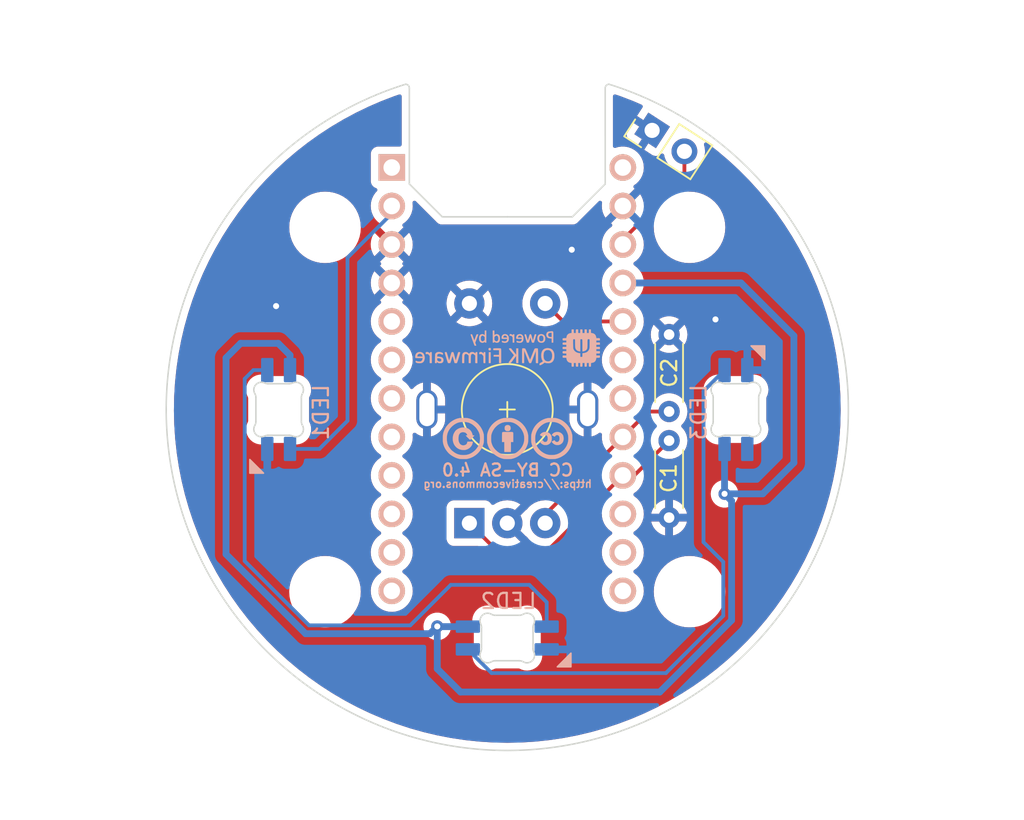
<source format=kicad_pcb>
(kicad_pcb (version 20211014) (generator pcbnew)
  (layers (0 "F.Cu" signal) (31 "B.Cu" signal) (34 "B.Paste" user) (35 "F.Paste" user) (36 "B.SilkS" user "B.Silkscreen") (37 "F.SilkS" user "F.Silkscreen") (38 "B.Mask" user) (39 "F.Mask" user) (44 "Edge.Cuts" user))
  (net 0 "")
  (net 1 "ENC_A")
  (net 2 "GND")
  (net 3 "ENC_B")
  (net 4 "Net-(J1-Pad2)")
  (net 5 "VCC")
  (net 6 "Net-(LED1-Pad2)")
  (net 7 "RGB")
  (net 8 "Net-(LED2-Pad2)")
  (net 25 "Key")
  (footprint "MountingHole:MountingHole_3.7mm" (layer "F.Cu") (at 43.097185 72.726815)
    (fp_text reference "H3" hide)
    (fp_text value "Hole")
    (pad "" np_thru_hole circle locked (at 0 0) (size 3.7 3.7) (drill 3.7) (layers *.Cu *.Mask))
  )
  (footprint "MountingHole:MountingHole_3.7mm" (layer "F.Cu") (at 43.097185 48.685185)
    (fp_text reference "H1" hide)
    (fp_text value "Hole")
    (pad "" np_thru_hole circle locked (at 0 0) (size 3.7 3.7) (drill 3.7) (layers *.Cu *.Mask))
  )
  (footprint "kicad-keyboard-parts:MX_SK6812MINI-E" (layer "F.Cu") (at 65.118 60.706 90)
    (fp_text reference "LED3" hide)
    (fp_text value "SK6812MINI-E")
    (fp_text user "LED3" (at -0.184 2.622 90) (layer "B.SilkS") (effects (justify mirror)))
    (fp_line (start -0.794452 3.58) (end 0.794453 3.58) (layer "Edge.Cuts") (width 0.1))
    (fp_line (start -1.699999 5.782841) (end -1.699999 4.377157) (layer "Edge.Cuts") (width 0.1))
    (fp_line (start 0.794452 6.579999) (end -0.794452 6.579999) (layer "Edge.Cuts") (width 0.1))
    (fp_line (start 1.699999 4.377157) (end 1.699999 5.782841) (layer "Edge.Cuts") (width 0.1))
    (fp_arc (start 0.794452 6.579999) (mid 0.925123 6.597376) (end 1.046711 6.648298) (layer "Edge.Cuts") (width 0.1))
    (fp_arc (start -1.046711 6.648296) (mid -1.63807 6.584033) (end -1.749484 5.999719) (layer "Edge.Cuts") (width 0.1))
    (fp_arc (start -1.04671 6.648298) (mid -0.925122 6.597376) (end -0.794452 6.579999) (layer "Edge.Cuts") (width 0.1))
    (fp_arc (start 1.046711 3.511701) (mid 0.925123 3.562623) (end 0.794453 3.58) (layer "Edge.Cuts") (width 0.1))
    (fp_arc (start -0.794453 3.579999) (mid -0.925123 3.562622) (end -1.046711 3.5117) (layer "Edge.Cuts") (width 0.1))
    (fp_arc (start -1.749484 4.160279) (mid -1.712527 4.265931) (end -1.699999 4.377157) (layer "Edge.Cuts") (width 0.1))
    (fp_arc (start -1.749484 4.160279) (mid -1.638071 3.575964) (end -1.046711 3.5117) (layer "Edge.Cuts") (width 0.1))
    (fp_arc (start 1.749484 5.999718) (mid 1.638072 6.584034) (end 1.046711 6.648298) (layer "Edge.Cuts") (width 0.1))
    (fp_arc (start -1.699999 5.782842) (mid -1.712527 5.894067) (end -1.749484 5.999719) (layer "Edge.Cuts") (width 0.1))
    (fp_arc (start 1.699999 4.377156) (mid 1.712527 4.265931) (end 1.749484 4.160279) (layer "Edge.Cuts") (width 0.1))
    (fp_arc (start 1.046711 3.511701) (mid 1.63807 3.575965) (end 1.749484 4.160279) (layer "Edge.Cuts") (width 0.1))
    (fp_arc (start 1.749484 5.999719) (mid 1.712527 5.894067) (end 1.699999 5.782841) (layer "Edge.Cuts") (width 0.1))
    (pad "1" smd roundrect (at -2.6 4.329999) (size 0.82 1.6) (layers "B.Cu" "B.Paste" "B.Mask") (roundrect_rratio 0.1) (net 5 "VCC"))
    (pad "2" smd roundrect (at -2.6 5.829999) (size 0.82 1.6) (layers "B.Cu" "B.Paste" "B.Mask") (roundrect_rratio 0.1))
    (pad "3" smd roundrect (at 2.6 5.829999) (size 0.82 1.6) (layers "B.Cu" "B.Paste" "B.Mask") (roundrect_rratio 0.1) (net 2 "GND"))
    (pad "4" smd roundrect (at 2.6 4.329999) (size 0.82 1.6) (layers "B.Cu" "B.Paste" "B.Mask") (roundrect_rratio 0.1) (net 8 "Net-(LED2-Pad2)"))
  )
  (footprint "MountingHole:MountingHole_3.7mm" (layer "F.Cu") (at 67.138815 72.726815)
    (fp_text reference "H2" hide)
    (fp_text value "Hole")
    (pad "" np_thru_hole circle locked (at 0 0) (size 3.7 3.7) (drill 3.7) (layers *.Cu *.Mask))
  )
  (footprint "kicad-keyboard-parts:MX_SK6812MINI-E" (layer "F.Cu") (at 45.118 60.706 -90)
    (fp_text reference "LED1" hide)
    (fp_text value "SK6812MINI-E")
    (fp_text user "LED1" (at 0.184 2.288 -270) (layer "B.SilkS") (effects (justify mirror)))
    (fp_line (start 1.699999 4.377157) (end 1.699999 5.782841) (layer "Edge.Cuts") (width 0.1))
    (fp_line (start -0.794452 3.58) (end 0.794453 3.58) (layer "Edge.Cuts") (width 0.1))
    (fp_line (start -1.699999 5.782841) (end -1.699999 4.377157) (layer "Edge.Cuts") (width 0.1))
    (fp_line (start 0.794452 6.579999) (end -0.794452 6.579999) (layer "Edge.Cuts") (width 0.1))
    (fp_arc (start 1.749484 5.999718) (mid 1.638072 6.584034) (end 1.046711 6.648298) (layer "Edge.Cuts") (width 0.1))
    (fp_arc (start 1.749484 5.999719) (mid 1.712527 5.894067) (end 1.699999 5.782841) (layer "Edge.Cuts") (width 0.1))
    (fp_arc (start -1.046711 6.648296) (mid -1.63807 6.584033) (end -1.749484 5.999719) (layer "Edge.Cuts") (width 0.1))
    (fp_arc (start -1.749484 4.160279) (mid -1.712527 4.265931) (end -1.699999 4.377157) (layer "Edge.Cuts") (width 0.1))
    (fp_arc (start -1.749484 4.160279) (mid -1.638071 3.575964) (end -1.046711 3.5117) (layer "Edge.Cuts") (width 0.1))
    (fp_arc (start 1.046711 3.511701) (mid 0.925123 3.562623) (end 0.794453 3.58) (layer "Edge.Cuts") (width 0.1))
    (fp_arc (start 1.046711 3.511701) (mid 1.63807 3.575965) (end 1.749484 4.160279) (layer "Edge.Cuts") (width 0.1))
    (fp_arc (start -0.794453 3.579999) (mid -0.925123 3.562622) (end -1.046711 3.5117) (layer "Edge.Cuts") (width 0.1))
    (fp_arc (start 1.699999 4.377156) (mid 1.712527 4.265931) (end 1.749484 4.160279) (layer "Edge.Cuts") (width 0.1))
    (fp_arc (start -1.699999 5.782842) (mid -1.712527 5.894067) (end -1.749484 5.999719) (layer "Edge.Cuts") (width 0.1))
    (fp_arc (start -1.04671 6.648298) (mid -0.925122 6.597376) (end -0.794452 6.579999) (layer "Edge.Cuts") (width 0.1))
    (fp_arc (start 0.794452 6.579999) (mid 0.925123 6.597376) (end 1.046711 6.648298) (layer "Edge.Cuts") (width 0.1))
    (pad "1" smd roundrect (at -2.6 4.329999 180) (size 0.82 1.6) (layers "B.Cu" "B.Paste" "B.Mask") (roundrect_rratio 0.1) (net 5 "VCC"))
    (pad "2" smd roundrect (at -2.6 5.829999 180) (size 0.82 1.6) (layers "B.Cu" "B.Paste" "B.Mask") (roundrect_rratio 0.1) (net 6 "Net-(LED1-Pad2)"))
    (pad "3" smd roundrect (at 2.6 5.829999 180) (size 0.82 1.6) (layers "B.Cu" "B.Paste" "B.Mask") (roundrect_rratio 0.1) (net 2 "GND"))
    (pad "4" smd roundrect (at 2.6 4.329999 180) (size 0.82 1.6) (layers "B.Cu" "B.Paste" "B.Mask") (roundrect_rratio 0.1) (net 7 "RGB"))
  )
  (footprint "Resistor_THT:R_Axial_DIN0204_L3.6mm_D1.6mm_P5.08mm_Horizontal" (layer "F.Cu") (at 65.79 55.76 -90)
    (fp_text reference "C2" (at 2.53 -0.01 90) (layer "F.SilkS"))
    (fp_text value "100nF")
    (pad "1" thru_hole circle locked (at 0 0 270) (size 1.4 1.4) (drill 0.7) (layers *.Cu *.Mask) (net 2 "GND"))
    (pad "2" thru_hole oval locked (at 5.08 0 270) (size 1.4 1.4) (drill 0.7) (layers *.Cu *.Mask) (net 3 "ENC_B"))
  )
  (footprint "MountingHole:MountingHole_3.7mm" (layer "F.Cu") (at 67.138815 48.685185)
    (fp_text reference "H4" hide)
    (fp_text value "Hole")
    (pad "" np_thru_hole circle locked (at 0 0) (size 3.7 3.7) (drill 3.7) (layers *.Cu *.Mask))
  )
  (footprint "kicad-keyboard-parts:MX_SK6812MINI-E" (layer "F.Cu") (at 55.118 70.706)
    (fp_text reference "LED2" hide)
    (fp_text value "SK6812MINI-E")
    (fp_text user "LED2" (at 0.082 2.644 180) (layer "B.SilkS") (effects (justify mirror)))
    (fp_line (start -0.794452 3.58) (end 0.794453 3.58) (layer "Edge.Cuts") (width 0.1))
    (fp_line (start 0.794452 6.579999) (end -0.794452 6.579999) (layer "Edge.Cuts") (width 0.1))
    (fp_line (start -1.699999 5.782841) (end -1.699999 4.377157) (layer "Edge.Cuts") (width 0.1))
    (fp_line (start 1.699999 4.377157) (end 1.699999 5.782841) (layer "Edge.Cuts") (width 0.1))
    (fp_arc (start -1.04671 6.648298) (mid -0.925122 6.597376) (end -0.794452 6.579999) (layer "Edge.Cuts") (width 0.1))
    (fp_arc (start -1.749484 4.160279) (mid -1.712527 4.265931) (end -1.699999 4.377157) (layer "Edge.Cuts") (width 0.1))
    (fp_arc (start 0.794452 6.579999) (mid 0.925123 6.597376) (end 1.046711 6.648298) (layer "Edge.Cuts") (width 0.1))
    (fp_arc (start 1.046711 3.511701) (mid 1.63807 3.575965) (end 1.749484 4.160279) (layer "Edge.Cuts") (width 0.1))
    (fp_arc (start -1.046711 6.648296) (mid -1.63807 6.584033) (end -1.749484 5.999719) (layer "Edge.Cuts") (width 0.1))
    (fp_arc (start -0.794453 3.579999) (mid -0.925123 3.562622) (end -1.046711 3.5117) (layer "Edge.Cuts") (width 0.1))
    (fp_arc (start -1.699999 5.782842) (mid -1.712527 5.894067) (end -1.749484 5.999719) (layer "Edge.Cuts") (width 0.1))
    (fp_arc (start 1.699999 4.377156) (mid 1.712527 4.265931) (end 1.749484 4.160279) (layer "Edge.Cuts") (width 0.1))
    (fp_arc (start -1.749484 4.160279) (mid -1.638071 3.575964) (end -1.046711 3.5117) (layer "Edge.Cuts") (width 0.1))
    (fp_arc (start 1.046711 3.511701) (mid 0.925123 3.562623) (end 0.794453 3.58) (layer "Edge.Cuts") (width 0.1))
    (fp_arc (start 1.749484 5.999718) (mid 1.638072 6.584034) (end 1.046711 6.648298) (layer "Edge.Cuts") (width 0.1))
    (fp_arc (start 1.749484 5.999719) (mid 1.712527 5.894067) (end 1.699999 5.782841) (layer "Edge.Cuts") (width 0.1))
    (pad "1" smd roundrect (at -2.6 4.329999 270) (size 0.82 1.6) (layers "B.Cu" "B.Paste" "B.Mask") (roundrect_rratio 0.1) (net 5 "VCC"))
    (pad "2" smd roundrect (at -2.6 5.829999 270) (size 0.82 1.6) (layers "B.Cu" "B.Paste" "B.Mask") (roundrect_rratio 0.1) (net 8 "Net-(LED2-Pad2)"))
    (pad "3" smd roundrect (at 2.6 5.829999 270) (size 0.82 1.6) (layers "B.Cu" "B.Paste" "B.Mask") (roundrect_rratio 0.1) (net 2 "GND"))
    (pad "4" smd roundrect (at 2.6 4.329999 270) (size 0.82 1.6) (layers "B.Cu" "B.Paste" "B.Mask") (roundrect_rratio 0.1) (net 6 "Net-(LED1-Pad2)"))
  )
  (footprint "Keyboard Library:RotaryEncoder_Alps_EC11E-Switch_Vertical_H20_special" (layer "F.Cu") (at 55.118 60.706 90)
    (fp_text reference "SW5" hide)
    (fp_text value "Rotary_Encoder_Switch")
    (pad "A" thru_hole rect locked (at -7.5 -2.5 90) (size 2 2) (drill 1) (layers *.Cu *.Mask) (net 1 "ENC_A"))
    (pad "B" thru_hole circle locked (at -7.5 2.5 90) (size 2 2) (drill 1) (layers *.Cu *.Mask) (net 3 "ENC_B"))
    (pad "C" thru_hole circle locked (at -7.5 0 90) (size 2 2) (drill 1) (layers *.Cu *.Mask) (net 2 "GND"))
    (pad "MP1" thru_hole oval locked (at 0 -5.3 90) (size 2.6 1.4) (drill oval 2.2 1) (layers *.Cu *.Mask) (net 2 "GND"))
    (pad "MP2" thru_hole oval locked (at 0 5.3 90) (size 2.6 1.4) (drill oval 2.2 1) (layers *.Cu *.Mask) (net 2 "GND"))
    (pad "S1" thru_hole circle locked (at 7 2.5 90) (size 2 2) (drill 1) (layers *.Cu *.Mask) (net 25 "Key"))
    (pad "S2" thru_hole circle locked (at 7 -2.5 90) (size 2 2) (drill 1) (layers *.Cu *.Mask) (net 2 "GND"))
  )
  (footprint "Keebio-Parts:ArduinoProMicro-BackSide" (layer "F.Cu") (at 55.118 58.706 -90)
    (fp_text reference "U1" hide)
    (fp_text value "ProMicro" hide)
    (pad "1" thru_hole rect (at -13.97 7.62 270) (size 1.7526 1.7526) (drill 1.0922) (layers *.Cu *.SilkS *.Mask))
    (pad "2" thru_hole circle (at -11.43 7.62 270) (size 1.7526 1.7526) (drill 1.0922) (layers *.Cu *.SilkS *.Mask) (net 7 "RGB"))
    (pad "3" thru_hole circle (at -8.89 7.62 270) (size 1.7526 1.7526) (drill 1.0922) (layers *.Cu *.SilkS *.Mask) (net 2 "GND"))
    (pad "4" thru_hole circle (at -6.35 7.62 270) (size 1.7526 1.7526) (drill 1.0922) (layers *.Cu *.SilkS *.Mask) (net 2 "GND"))
    (pad "5" thru_hole circle (at -3.81 7.62 270) (size 1.7526 1.7526) (drill 1.0922) (layers *.Cu *.SilkS *.Mask))
    (pad "6" thru_hole circle (at -1.27 7.62 270) (size 1.7526 1.7526) (drill 1.0922) (layers *.Cu *.SilkS *.Mask))
    (pad "7" thru_hole circle (at 1.27 7.62 270) (size 1.7526 1.7526) (drill 1.0922) (layers *.Cu *.SilkS *.Mask))
    (pad "8" thru_hole circle (at 3.81 7.62 270) (size 1.7526 1.7526) (drill 1.0922) (layers *.Cu *.SilkS *.Mask))
    (pad "9" thru_hole circle (at 6.35 7.62 270) (size 1.7526 1.7526) (drill 1.0922) (layers *.Cu *.SilkS *.Mask))
    (pad "10" thru_hole circle (at 8.89 7.62 270) (size 1.7526 1.7526) (drill 1.0922) (layers *.Cu *.SilkS *.Mask))
    (pad "11" thru_hole circle (at 11.43 7.62 270) (size 1.7526 1.7526) (drill 1.0922) (layers *.Cu *.SilkS *.Mask))
    (pad "12" thru_hole circle (at 13.97 7.62 270) (size 1.7526 1.7526) (drill 1.0922) (layers *.Cu *.SilkS *.Mask))
    (pad "13" thru_hole circle (at 13.97 -7.62 270) (size 1.7526 1.7526) (drill 1.0922) (layers *.Cu *.SilkS *.Mask))
    (pad "14" thru_hole circle (at 11.43 -7.62 270) (size 1.7526 1.7526) (drill 1.0922) (layers *.Cu *.SilkS *.Mask))
    (pad "15" thru_hole circle (at 8.89 -7.62 270) (size 1.7526 1.7526) (drill 1.0922) (layers *.Cu *.SilkS *.Mask))
    (pad "16" thru_hole circle (at 6.35 -7.62 270) (size 1.7526 1.7526) (drill 1.0922) (layers *.Cu *.SilkS *.Mask) (net 1 "ENC_A"))
    (pad "17" thru_hole circle (at 3.81 -7.62 270) (size 1.7526 1.7526) (drill 1.0922) (layers *.Cu *.SilkS *.Mask) (net 3 "ENC_B"))
    (pad "18" thru_hole circle (at 1.27 -7.62 270) (size 1.7526 1.7526) (drill 1.0922) (layers *.Cu *.SilkS *.Mask))
    (pad "19" thru_hole circle (at -1.27 -7.62 270) (size 1.7526 1.7526) (drill 1.0922) (layers *.Cu *.SilkS *.Mask))
    (pad "20" thru_hole circle (at -3.81 -7.62 270) (size 1.7526 1.7526) (drill 1.0922) (layers *.Cu *.SilkS *.Mask) (net 25 "Key"))
    (pad "21" thru_hole circle (at -6.35 -7.62 270) (size 1.7526 1.7526) (drill 1.0922) (layers *.Cu *.SilkS *.Mask) (net 5 "VCC"))
    (pad "22" thru_hole circle (at -8.89 -7.62 270) (size 1.7526 1.7526) (drill 1.0922) (layers *.Cu *.SilkS *.Mask) (net 4 "Net-(J1-Pad2)"))
    (pad "23" thru_hole circle (at -11.43 -7.62 270) (size 1.7526 1.7526) (drill 1.0922) (layers *.Cu *.SilkS *.Mask) (net 2 "GND"))
    (pad "24" thru_hole circle (at -13.97 -7.62 270) (size 1.7526 1.7526) (drill 1.0922) (layers *.Cu *.SilkS *.Mask))
  )
  (footprint "Connector_PinHeader_2.54mm:PinHeader_1x02_P2.54mm_Vertical" (layer "F.Cu") (at 64.670695 42.285585 57)
    (fp_text reference "J1" hide)
    (fp_text value "Conn_01x02")
    (pad "1" thru_hole rect locked (at 0 0 57) (size 1.7 1.7) (drill 1) (layers *.Cu *.Mask) (net 2 "GND"))
    (pad "2" thru_hole oval locked (at 0 2.54 57) (size 1.7 1.7) (drill 1) (layers *.Cu *.Mask) (net 4 "Net-(J1-Pad2)"))
  )
  (footprint "Resistor_THT:R_Axial_DIN0204_L3.6mm_D1.6mm_P5.08mm_Horizontal" (layer "F.Cu") (at 65.79 62.76 -90)
    (fp_text reference "C1" (at 2.48 0.02 90) (layer "F.SilkS"))
    (fp_text value "100nF")
    (pad "1" thru_hole circle locked (at 0 0 270) (size 1.4 1.4) (drill 0.7) (layers *.Cu *.Mask) (net 1 "ENC_A"))
    (pad "2" thru_hole oval locked (at 5.08 0 270) (size 1.4 1.4) (drill 0.7) (layers *.Cu *.Mask) (net 2 "GND"))
  )
  (footprint "Keyboard Library:CC_BY_SA_40" (layer "B.Cu") (at 55.100304 62.546725 180)
    (fp_text reference "Lic1" hide)
    (fp_text value "CC-BY-SA_4.0")
    (fp_text user "https://creativecommons.org" (at -0.041555 -3.07) (layer "B.SilkS") (effects (font (size 0.5 0.5) (thickness 0.1)) (justify mirror)))
    (fp_text user "CC BY-SA 4.0" (at -0.041555 -2.16) (layer "B.SilkS") (effects (font (size 0.8 0.8)) (justify mirror)))
  )
  (footprint "QMK Logo:Powered_by_QMK" (layer "B.Cu") (at 55.113982 56.634188 180)
    (fp_text reference "Logo1" hide)
    (fp_text value "QMK_Logo" hide)
  )
  (gr_line (start 55.118 47.99) (end 59.41 47.99) (layer "Edge.Cuts") (width 0.1))
  (gr_line (start 61.58 45.82) (end 61.579801 39.490199) (layer "Edge.Cuts") (width 0.1))
  (gr_line (start 55.118 47.99) (end 50.83 47.99) (layer "Edge.Cuts") (width 0.1))
  (gr_line (start 61.58 45.82) (end 59.41 47.99) (layer "Edge.Cuts") (width 0.1))
  (gr_line (start 48.66 45.82) (end 48.66 39.49) (layer "Edge.Cuts") (width 0.1))
  (gr_line (start 48.66 45.82) (end 50.83 47.99) (layer "Edge.Cuts") (width 0.1))
  (gr_arc (start 61.579801 39.490199) (mid 61.653083 39.313282) (end 61.83 39.24) (layer "Edge.Cuts") (width 0.1))
  (gr_arc (start 61.83 39.24) (mid 55.119248 83.208152) (end 48.409801 39.239801) (layer "Edge.Cuts") (width 0.1))
  (gr_arc (start 48.409801 39.239801) (mid 48.586718 39.313083) (end 48.66 39.49) (layer "Edge.Cuts") (width 0.1))
  (segment (start 65.79 62.76) (end 63.494 65.056) (width 0.25) (layer "F.Cu") (net 1))
  (segment (start 62.738 65.056) (end 57.654 70.14) (width 0.25) (layer "F.Cu") (net 1))
  (segment (start 63.494 65.056) (end 62.738 65.056) (width 0.25) (layer "F.Cu") (net 1))
  (segment (start 54.552 70.14) (end 52.618 68.206) (width 0.25) (layer "F.Cu") (net 1))
  (segment (start 57.654 70.14) (end 54.552 70.14) (width 0.25) (layer "F.Cu") (net 1))
  (via (at 39.87 53.88) (size 0.8) (drill 0.4) (layers "F.Cu" "B.Cu") (net 2))
  (via (at 59.37 50.16) (size 0.8) (drill 0.4) (layers "F.Cu" "B.Cu") (net 2))
  (via (at 68.85 54.76) (size 0.8) (drill 0.4) (layers "F.Cu" "B.Cu") (net 2))
  (segment (start 62.738 47.276) (end 59.854 50.16) (width 0.45) (layer "B.Cu") (net 2))
  (segment (start 59.854 50.16) (end 59.37 50.16) (width 0.45) (layer "B.Cu") (net 2))
  (segment (start 64.414 60.84) (end 62.738 62.516) (width 0.25) (layer "F.Cu") (net 3))
  (segment (start 57.618 67.636) (end 57.618 68.206) (width 0.25) (layer "F.Cu") (net 3))
  (segment (start 65.79 60.84) (end 64.414 60.84) (width 0.25) (layer "F.Cu") (net 3))
  (segment (start 62.738 62.516) (end 57.618 67.636) (width 0.25) (layer "F.Cu") (net 3))
  (segment (start 66.800918 45.439082) (end 66.800918 43.668968) (width 0.25) (layer "F.Cu") (net 4))
  (segment (start 62.738 49.502) (end 66.800918 45.439082) (width 0.25) (layer "F.Cu") (net 4))
  (segment (start 62.738 49.816) (end 62.738 49.502) (width 0.25) (layer "F.Cu") (net 4))
  (via (at 50.5 75.02) (size 0.8) (drill 0.4) (layers "F.Cu" "B.Cu") (net 5))
  (via (at 69.447999 66.272001) (size 0.8) (drill 0.4) (layers "F.Cu" "B.Cu") (net 5))
  (segment (start 70.536 52.356) (end 62.738 52.356) (width 0.45) (layer "B.Cu") (net 5))
  (segment (start 36.57 57.3) (end 36.57 70.257125) (width 0.45) (layer "B.Cu") (net 5))
  (segment (start 65.177125 79.35) (end 52.03 79.35) (width 0.45) (layer "B.Cu") (net 5))
  (segment (start 69.912846 66.736848) (end 69.912846 74.614279) (width 0.45) (layer "B.Cu") (net 5))
  (segment (start 41.813722 75.500847) (end 50.019153 75.500847) (width 0.45) (layer "B.Cu") (net 5))
  (segment (start 40.788001 58.106) (end 40.788001 57.118001) (width 0.45) (layer "B.Cu") (net 5))
  (segment (start 71.967999 66.272001) (end 74.02 64.22) (width 0.45) (layer "B.Cu") (net 5))
  (segment (start 37.53 56.34) (end 36.57 57.3) (width 0.45) (layer "B.Cu") (net 5))
  (segment (start 50.5 77.82) (end 50.5 75.02) (width 0.45) (layer "B.Cu") (net 5))
  (segment (start 36.57 70.257125) (end 41.813722 75.500847) (width 0.45) (layer "B.Cu") (net 5))
  (segment (start 52.518 75.035999) (end 50.515999 75.035999) (width 0.45) (layer "B.Cu") (net 5))
  (segment (start 74.02 64.22) (end 74.02 55.84) (width 0.45) (layer "B.Cu") (net 5))
  (segment (start 40.01 56.34) (end 37.53 56.34) (width 0.45) (layer "B.Cu") (net 5))
  (segment (start 69.447999 63.306) (end 69.447999 66.272001) (width 0.45) (layer "B.Cu") (net 5))
  (segment (start 71.967999 66.272001) (end 69.447999 66.272001) (width 0.45) (layer "B.Cu") (net 5))
  (segment (start 50.515999 75.035999) (end 50.5 75.02) (width 0.45) (layer "B.Cu") (net 5))
  (segment (start 69.912846 74.614279) (end 65.177125 79.35) (width 0.45) (layer "B.Cu") (net 5))
  (segment (start 40.788001 57.118001) (end 40.01 56.34) (width 0.45) (layer "B.Cu") (net 5))
  (segment (start 52.03 79.35) (end 50.5 77.82) (width 0.45) (layer "B.Cu") (net 5))
  (segment (start 74.02 55.84) (end 70.536 52.356) (width 0.45) (layer "B.Cu") (net 5))
  (segment (start 69.447999 66.272001) (end 69.912846 66.736848) (width 0.45) (layer "B.Cu") (net 5))
  (segment (start 50.019153 75.500847) (end 50.5 75.02) (width 0.45) (layer "B.Cu") (net 5))
  (segment (start 51.39 72.28) (end 56.57 72.28) (width 0.25) (layer "B.Cu") (net 6))
  (segment (start 42.041336 74.951336) (end 48.718664 74.951336) (width 0.25) (layer "B.Cu") (net 6))
  (segment (start 37.799511 58.680489) (end 37.799511 70.709511) (width 0.25) (layer "B.Cu") (net 6))
  (segment (start 38.374 58.106) (end 37.799511 58.680489) (width 0.25) (layer "B.Cu") (net 6))
  (segment (start 48.718664 74.951336) (end 51.39 72.28) (width 0.25) (layer "B.Cu") (net 6))
  (segment (start 56.57 72.28) (end 57.718 73.428) (width 0.25) (layer "B.Cu") (net 6))
  (segment (start 57.718 73.428) (end 57.718 75.035999) (width 0.25) (layer "B.Cu") (net 6))
  (segment (start 37.799511 70.709511) (end 42.041336 74.951336) (width 0.25) (layer "B.Cu") (net 6))
  (segment (start 39.288001 58.106) (end 38.374 58.106) (width 0.25) (layer "B.Cu") (net 6))
  (segment (start 44.58 61.45) (end 44.58 50.69) (width 0.25) (layer "B.Cu") (net 7))
  (segment (start 44.58 50.69) (end 47.498 47.772) (width 0.25) (layer "B.Cu") (net 7))
  (segment (start 42.724 63.306) (end 44.58 61.45) (width 0.25) (layer "B.Cu") (net 7))
  (segment (start 40.788001 63.306) (end 42.724 63.306) (width 0.25) (layer "B.Cu") (net 7))
  (segment (start 47.498 47.772) (end 47.498 47.276) (width 0.25) (layer "B.Cu") (net 7))
  (segment (start 69.363336 74.316664) (end 69.363336 70.763336) (width 0.25) (layer "B.Cu") (net 8))
  (segment (start 68.060243 59.493756) (end 69.447999 58.106) (width 0.25) (layer "B.Cu") (net 8))
  (segment (start 68.060243 69.460243) (end 68.060243 59.493756) (width 0.25) (layer "B.Cu") (net 8))
  (segment (start 69.363336 70.763336) (end 68.060243 69.460243) (width 0.25) (layer "B.Cu") (net 8))
  (segment (start 65.58 78.1) (end 69.363336 74.316664) (width 0.25) (layer "B.Cu") (net 8))
  (segment (start 54.082001 78.1) (end 65.58 78.1) (width 0.25) (layer "B.Cu") (net 8))
  (segment (start 52.518 76.535999) (end 54.082001 78.1) (width 0.25) (layer "B.Cu") (net 8))
  (segment (start 62.738 54.896) (end 58.808 54.896) (width 0.25) (layer "F.Cu") (net 25))
  (segment (start 58.808 54.896) (end 57.618 53.706) (width 0.25) (layer "F.Cu") (net 25))
  (zone (net 2) (net_name "GND") (layers F&B.Cu) (connect_pads (clearance 0.508)) (min_thickness 0.254) (fill yes (thermal_gap 0.508) (thermal_bridge_width 0.508))
    (polygon (pts (xy 89.22 87.82) (xy 21.66 87.82) (xy 21.66 33.68) (xy 89.22 33.68)))
  )
)
</source>
